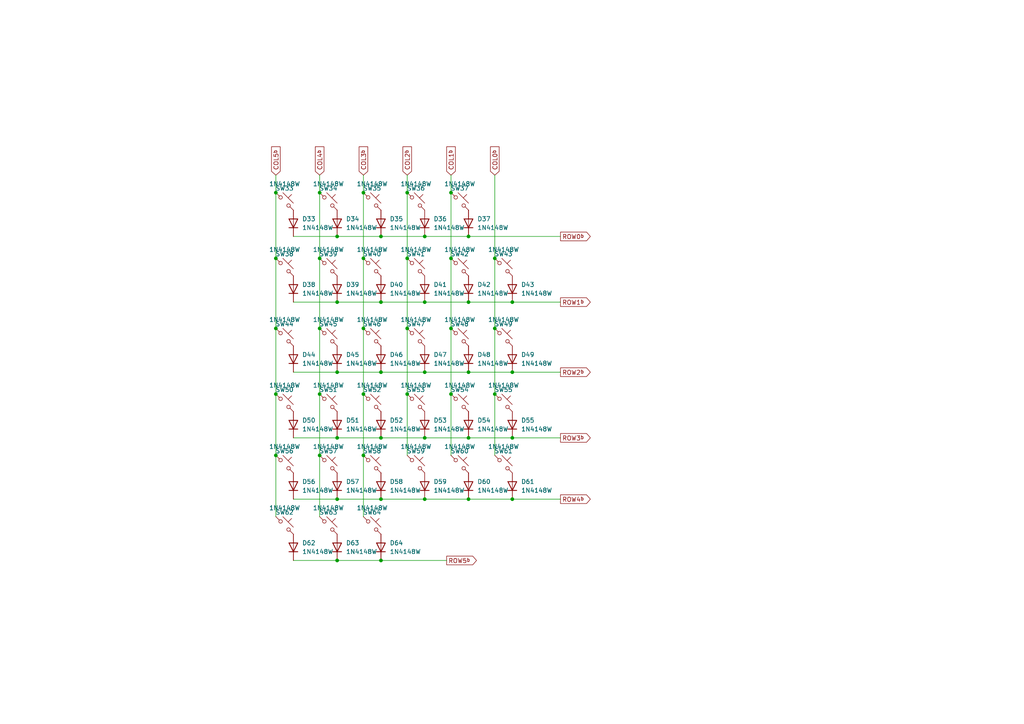
<source format=kicad_sch>
(kicad_sch (version 20250114) (generator "eeschema") (generator_version "9.0")
  (paper "A4")
  (title_block (title "Matrix for Slave side"))
  (lib_symbols
    (symbol "Device:D" (pin_numbers (hide yes)) (pin_names (offset 1.016) (hide yes))
      (property "Reference" "D" (at 0 2.54 0))
      (property "Value" "D" (at 0 -2.54 0))
      (symbol "D_0_1"
        (polyline (pts (xy -1.27 1.27) (xy -1.27 -1.27)) (stroke (width 0.254)))
        (polyline (pts (xy 1.27 1.27) (xy 1.27 -1.27) (xy -1.27 0) (xy 1.27 1.27)) (stroke (width 0.254)))
        (polyline (pts (xy 1.27 0) (xy -1.27 0)))
      )
      (symbol "D_1_1"
        (pin passive line (at -3.81 0 0) (length 2.54) (name "K") (number "1"))
        (pin passive line (at 3.81 0 180) (length 2.54) (name "A") (number "2"))
      )
    )
    (symbol "Switch:SW_Push_45deg" (pin_numbers (hide yes)) (pin_names (offset 1.016) (hide yes))
      (property "Reference" "SW" (at 3.048 1.016 0))
      (property "Value" "SW_Push_45deg" (at 0 -3.81 0))
      (symbol "SW_Push_45deg_0_1"
        (polyline (pts (xy -2.54 2.54) (xy -1.524 1.524) (xy -1.524 1.524)))
        (circle (center -1.1684 1.1684) (radius 0.508))
        (polyline (pts (xy -0.508 2.54) (xy 2.54 -0.508)))
        (polyline (pts (xy 1.016 1.016) (xy 2.032 2.032)))
        (circle (center 1.143 -1.1938) (radius 0.508))
        (polyline (pts (xy 1.524 -1.524) (xy 2.54 -2.54) (xy 2.54 -2.54) (xy 2.54 -2.54)))
        (pin passive line (at -2.54 2.54 0) (length 0) (name "1") (number "1"))
        (pin passive line (at 2.54 -2.54 180) (length 0) (name "2") (number "2"))
      )
    )
  )
  (junction (at 97.79 162.56))
  (junction (at 130.81 55.88))
  (junction (at 135.89 127))
  (junction (at 105.41 132.08))
  (junction (at 92.71 55.88))
  (junction (at 97.79 87.63))
  (junction (at 80.01 95.25))
  (junction (at 110.49 87.63))
  (junction (at 110.49 144.78))
  (junction (at 135.89 87.63))
  (junction (at 143.51 114.3))
  (junction (at 123.19 127))
  (junction (at 92.71 74.93))
  (junction (at 80.01 132.08))
  (junction (at 110.49 107.95))
  (junction (at 123.19 87.63))
  (junction (at 135.89 107.95))
  (junction (at 118.11 74.93))
  (junction (at 123.19 68.58))
  (junction (at 130.81 74.93))
  (junction (at 97.79 107.95))
  (junction (at 105.41 95.25))
  (junction (at 130.81 95.25))
  (junction (at 92.71 132.08))
  (junction (at 148.59 87.63))
  (junction (at 80.01 114.3))
  (junction (at 135.89 68.58))
  (junction (at 130.81 114.3))
  (junction (at 148.59 144.78))
  (junction (at 92.71 114.3))
  (junction (at 105.41 55.88))
  (junction (at 118.11 114.3))
  (junction (at 97.79 144.78))
  (junction (at 110.49 162.56))
  (junction (at 143.51 95.25))
  (junction (at 148.59 107.95))
  (junction (at 80.01 74.93))
  (junction (at 110.49 68.58))
  (junction (at 118.11 55.88))
  (junction (at 123.19 144.78))
  (junction (at 148.59 127))
  (junction (at 143.51 74.93))
  (junction (at 80.01 55.88))
  (junction (at 135.89 144.78))
  (junction (at 110.49 127))
  (junction (at 97.79 127))
  (junction (at 118.11 95.25))
  (junction (at 92.71 95.25))
  (junction (at 123.19 107.95))
  (junction (at 105.41 114.3))
  (junction (at 97.79 68.58))
  (junction (at 105.41 74.93))
  (wire (pts (xy 110.49 144.78) (xy 123.19 144.78)))
  (wire (pts (xy 105.41 114.3) (xy 105.41 132.08)))
  (wire (pts (xy 85.09 68.58) (xy 97.79 68.58)))
  (wire (pts (xy 148.59 127) (xy 162.56 127)))
  (wire (pts (xy 92.71 95.25) (xy 92.71 114.3)))
  (wire (pts (xy 97.79 144.78) (xy 110.49 144.78)))
  (wire (pts (xy 143.51 114.3) (xy 143.51 132.08)))
  (wire (pts (xy 80.01 55.88) (xy 80.01 74.93)))
  (wire (pts (xy 97.79 68.58) (xy 110.49 68.58)))
  (wire (pts (xy 123.19 127) (xy 135.89 127)))
  (wire (pts (xy 97.79 162.56) (xy 110.49 162.56)))
  (wire (pts (xy 92.71 55.88) (xy 92.71 74.93)))
  (wire (pts (xy 135.89 127) (xy 148.59 127)))
  (wire (pts (xy 110.49 68.58) (xy 123.19 68.58)))
  (wire (pts (xy 80.01 132.08) (xy 80.01 149.86)))
  (wire (pts (xy 118.11 55.88) (xy 118.11 74.93)))
  (wire (pts (xy 80.01 74.93) (xy 80.01 95.25)))
  (wire (pts (xy 135.89 68.58) (xy 162.56 68.58)))
  (wire (pts (xy 118.11 95.25) (xy 118.11 114.3)))
  (wire (pts (xy 97.79 87.63) (xy 110.49 87.63)))
  (wire (pts (xy 105.41 74.93) (xy 105.41 95.25)))
  (wire (pts (xy 110.49 107.95) (xy 123.19 107.95)))
  (wire (pts (xy 148.59 107.95) (xy 162.56 107.95)))
  (wire (pts (xy 148.59 144.78) (xy 162.56 144.78)))
  (wire (pts (xy 123.19 87.63) (xy 135.89 87.63)))
  (wire (pts (xy 85.09 162.56) (xy 97.79 162.56)))
  (wire (pts (xy 80.01 95.25) (xy 80.01 114.3)))
  (wire (pts (xy 130.81 74.93) (xy 130.81 95.25)))
  (wire (pts (xy 143.51 74.93) (xy 143.51 95.25)))
  (wire (pts (xy 130.81 55.88) (xy 130.81 74.93)))
  (wire (pts (xy 92.71 74.93) (xy 92.71 95.25)))
  (wire (pts (xy 85.09 127) (xy 97.79 127)))
  (wire (pts (xy 92.71 114.3) (xy 92.71 132.08)))
  (wire (pts (xy 92.71 50.8) (xy 92.71 55.88)))
  (wire (pts (xy 135.89 87.63) (xy 148.59 87.63)))
  (wire (pts (xy 143.51 50.8) (xy 143.51 74.93)))
  (wire (pts (xy 105.41 50.8) (xy 105.41 55.88)))
  (wire (pts (xy 110.49 87.63) (xy 123.19 87.63)))
  (wire (pts (xy 118.11 114.3) (xy 118.11 132.08)))
  (wire (pts (xy 123.19 144.78) (xy 135.89 144.78)))
  (wire (pts (xy 85.09 107.95) (xy 97.79 107.95)))
  (wire (pts (xy 118.11 50.8) (xy 118.11 55.88)))
  (wire (pts (xy 105.41 95.25) (xy 105.41 114.3)))
  (wire (pts (xy 97.79 107.95) (xy 110.49 107.95)))
  (wire (pts (xy 110.49 162.56) (xy 129.54 162.56)))
  (wire (pts (xy 85.09 87.63) (xy 97.79 87.63)))
  (wire (pts (xy 135.89 144.78) (xy 148.59 144.78)))
  (wire (pts (xy 105.41 132.08) (xy 105.41 149.86)))
  (wire (pts (xy 80.01 50.8) (xy 80.01 55.88)))
  (wire (pts (xy 85.09 144.78) (xy 97.79 144.78)))
  (wire (pts (xy 135.89 107.95) (xy 148.59 107.95)))
  (wire (pts (xy 130.81 50.8) (xy 130.81 55.88)))
  (wire (pts (xy 97.79 127) (xy 110.49 127)))
  (wire (pts (xy 143.51 95.25) (xy 143.51 114.3)))
  (wire (pts (xy 110.49 127) (xy 123.19 127)))
  (wire (pts (xy 123.19 107.95) (xy 135.89 107.95)))
  (wire (pts (xy 118.11 74.93) (xy 118.11 95.25)))
  (wire (pts (xy 130.81 95.25) (xy 130.81 114.3)))
  (wire (pts (xy 105.41 55.88) (xy 105.41 74.93)))
  (wire (pts (xy 123.19 68.58) (xy 135.89 68.58)))
  (wire (pts (xy 148.59 87.63) (xy 162.56 87.63)))
  (wire (pts (xy 92.71 132.08) (xy 92.71 149.86)))
  (wire (pts (xy 130.81 114.3) (xy 130.81 132.08)))
  (wire (pts (xy 80.01 114.3) (xy 80.01 132.08)))
  (global_label "COL1^{b}" (shape input) (at 130.81 50.8 90) (property "Intersheetrefs" "${INTERSHEET_REFS}" (effects (hide yes))))
  (global_label "ROW0^{b}" (shape output) (at 162.56 68.58 0) (property "Intersheetrefs" "${INTERSHEET_REFS}" (effects (hide yes))))
  (global_label "ROW1^{b}" (shape output) (at 162.56 87.63 0) (property "Intersheetrefs" "${INTERSHEET_REFS}" (effects (hide yes))))
  (global_label "ROW4^{b}" (shape output) (at 162.56 144.78 0) (property "Intersheetrefs" "${INTERSHEET_REFS}" (effects (hide yes))))
  (global_label "COL4^{b}" (shape input) (at 92.71 50.8 90) (property "Intersheetrefs" "${INTERSHEET_REFS}" (effects (hide yes))))
  (global_label "COL2^{b}" (shape input) (at 118.11 50.8 90) (property "Intersheetrefs" "${INTERSHEET_REFS}" (effects (hide yes))))
  (global_label "ROW2^{b}" (shape output) (at 162.56 107.95 0) (property "Intersheetrefs" "${INTERSHEET_REFS}" (effects (hide yes))))
  (global_label "ROW5^{b}" (shape output) (at 129.54 162.56 0) (property "Intersheetrefs" "${INTERSHEET_REFS}" (effects (hide yes))))
  (global_label "COL3^{b}" (shape input) (at 105.41 50.8 90) (property "Intersheetrefs" "${INTERSHEET_REFS}" (effects (hide yes))))
  (global_label "ROW3^{b}" (shape output) (at 162.56 127 0) (property "Intersheetrefs" "${INTERSHEET_REFS}" (effects (hide yes))))
  (global_label "COL0^{b}" (shape input) (at 143.51 50.8 90) (property "Intersheetrefs" "${INTERSHEET_REFS}" (effects (hide yes))))
  (global_label "COL5^{b}" (shape input) (at 80.01 50.8 90) (property "Intersheetrefs" "${INTERSHEET_REFS}" (effects (hide yes))))
  (symbol (lib_id "Switch:SW_Push_45deg") (at 82.55 134.62 0) (unit 1)
    (property "Reference" "SW56" (at 82.55 130.81 0))
    (property "Value" "1N4148W" (at 82.55 129.54 0))
    (property "Footprint" "PCM_Switch_Keyboard_Hotswap_Kailh:SW_Hotswap_Kailh_Choc_V1_Plated_1.00u" (effects (hide yes)))
    (property "LCSC" "C917030" (effects (hide yes)))
    (property "LCSC Part" "C917030" (effects (hide yes)))
  )
  (symbol (lib_id "Switch:SW_Push_45deg") (at 146.05 97.79 0) (unit 1)
    (property "Reference" "SW49" (at 146.05 93.98 0))
    (property "Value" "1N4148W" (at 146.05 92.71 0))
    (property "Footprint" "PCM_Switch_Keyboard_Hotswap_Kailh:SW_Hotswap_Kailh_Choc_V1_Plated_1.00u" (effects (hide yes)))
    (property "LCSC" "C917030" (effects (hide yes)))
    (property "LCSC Part" "C917030" (effects (hide yes)))
  )
  (symbol (lib_id "Device:D") (at 110.49 104.14 90) (unit 1)
    (property "Reference" "D46" (at 113.03 102.87 90) (effects (justify right)))
    (property "Value" "1N4148W" (at 113.03 105.41 90) (effects (justify right)))
    (property "Footprint" "Diode_SMD:D_SOD-123" (effects (hide yes)))
    (property "Sim.Device" "D" (effects (hide yes)))
    (property "Sim.Pins" "1=K 2=A" (effects (hide yes)))
    (property "LCSC" "C917030" (effects (hide yes)))
    (property "LCSC Part" "C917030" (effects (hide yes)))
  )
  (symbol (lib_id "Switch:SW_Push_45deg") (at 133.35 58.42 0) (unit 1)
    (property "Reference" "SW37" (at 133.35 54.61 0))
    (property "Value" "1N4148W" (at 133.35 53.34 0))
    (property "Footprint" "PCM_Switch_Keyboard_Hotswap_Kailh:SW_Hotswap_Kailh_Choc_V1_Plated_1.00u" (effects (hide yes)))
    (property "LCSC" "C917030" (effects (hide yes)))
    (property "LCSC Part" "C917030" (effects (hide yes)))
  )
  (symbol (lib_id "Switch:SW_Push_45deg") (at 146.05 134.62 0) (unit 1)
    (property "Reference" "SW61" (at 146.05 130.81 0))
    (property "Value" "1N4148W" (at 146.05 129.54 0))
    (property "Footprint" "PCM_Switch_Keyboard_Hotswap_Kailh:SW_Hotswap_Kailh_Choc_V1_Plated_1.00u" (effects (hide yes)))
    (property "LCSC" "C917030" (effects (hide yes)))
    (property "LCSC Part" "C917030" (effects (hide yes)))
  )
  (symbol (lib_id "Device:D") (at 148.59 83.82 90) (unit 1)
    (property "Reference" "D43" (at 151.13 82.55 90) (effects (justify right)))
    (property "Value" "1N4148W" (at 151.13 85.09 90) (effects (justify right)))
    (property "Footprint" "Diode_SMD:D_SOD-123" (effects (hide yes)))
    (property "Sim.Device" "D" (effects (hide yes)))
    (property "Sim.Pins" "1=K 2=A" (effects (hide yes)))
    (property "LCSC" "C917030" (effects (hide yes)))
    (property "LCSC Part" "C917030" (effects (hide yes)))
  )
  (symbol (lib_id "Device:D") (at 85.09 83.82 90) (unit 1)
    (property "Reference" "D38" (at 87.63 82.55 90) (effects (justify right)))
    (property "Value" "1N4148W" (at 87.63 85.09 90) (effects (justify right)))
    (property "Footprint" "Diode_SMD:D_SOD-123" (effects (hide yes)))
    (property "Sim.Device" "D" (effects (hide yes)))
    (property "Sim.Pins" "1=K 2=A" (effects (hide yes)))
    (property "LCSC" "C917030" (effects (hide yes)))
    (property "LCSC Part" "C917030" (effects (hide yes)))
  )
  (symbol (lib_id "Device:D") (at 97.79 123.19 90) (unit 1)
    (property "Reference" "D51" (at 100.33 121.92 90) (effects (justify right)))
    (property "Value" "1N4148W" (at 100.33 124.46 90) (effects (justify right)))
    (property "Footprint" "Diode_SMD:D_SOD-123" (effects (hide yes)))
    (property "Sim.Device" "D" (effects (hide yes)))
    (property "Sim.Pins" "1=K 2=A" (effects (hide yes)))
    (property "LCSC" "C917030" (effects (hide yes)))
    (property "LCSC Part" "C917030" (effects (hide yes)))
  )
  (symbol (lib_id "Switch:SW_Push_45deg") (at 107.95 58.42 0) (unit 1)
    (property "Reference" "SW35" (at 107.95 54.61 0))
    (property "Value" "1N4148W" (at 107.95 53.34 0))
    (property "Footprint" "PCM_Switch_Keyboard_Hotswap_Kailh:SW_Hotswap_Kailh_Choc_V1_Plated_1.00u" (effects (hide yes)))
    (property "LCSC" "C917030" (effects (hide yes)))
    (property "LCSC Part" "C917030" (effects (hide yes)))
  )
  (symbol (lib_id "Device:D") (at 135.89 140.97 90) (unit 1)
    (property "Reference" "D60" (at 138.43 139.7 90) (effects (justify right)))
    (property "Value" "1N4148W" (at 138.43 142.24 90) (effects (justify right)))
    (property "Footprint" "Diode_SMD:D_SOD-123" (effects (hide yes)))
    (property "Sim.Device" "D" (effects (hide yes)))
    (property "Sim.Pins" "1=K 2=A" (effects (hide yes)))
    (property "LCSC" "C917030" (effects (hide yes)))
    (property "LCSC Part" "C917030" (effects (hide yes)))
  )
  (symbol (lib_id "Switch:SW_Push_45deg") (at 107.95 134.62 0) (unit 1)
    (property "Reference" "SW58" (at 107.95 130.81 0))
    (property "Value" "1N4148W" (at 107.95 129.54 0))
    (property "Footprint" "PCM_Switch_Keyboard_Hotswap_Kailh:SW_Hotswap_Kailh_Choc_V1_Plated_1.00u" (effects (hide yes)))
    (property "LCSC" "C917030" (effects (hide yes)))
    (property "LCSC Part" "C917030" (effects (hide yes)))
  )
  (symbol (lib_id "Switch:SW_Push_45deg") (at 146.05 116.84 0) (unit 1)
    (property "Reference" "SW55" (at 146.05 113.03 0))
    (property "Value" "1N4148W" (at 146.05 111.76 0))
    (property "Footprint" "PCM_Switch_Keyboard_Hotswap_Kailh:SW_Hotswap_Kailh_Choc_V1_Plated_1.00u" (effects (hide yes)))
    (property "LCSC" "C917030" (effects (hide yes)))
    (property "LCSC Part" "C917030" (effects (hide yes)))
  )
  (symbol (lib_id "Switch:SW_Push_45deg") (at 82.55 152.4 0) (unit 1)
    (property "Reference" "SW62" (at 82.55 148.59 0))
    (property "Value" "1N4148W" (at 82.55 147.32 0))
    (property "Footprint" "PCM_Switch_Keyboard_Hotswap_Kailh:SW_Hotswap_Kailh_Choc_V1_Plated_1.50u" (effects (hide yes)))
    (property "LCSC" "C917030" (effects (hide yes)))
    (property "LCSC Part" "C917030" (effects (hide yes)))
  )
  (symbol (lib_id "Device:D") (at 148.59 140.97 90) (unit 1)
    (property "Reference" "D61" (at 151.13 139.7 90) (effects (justify right)))
    (property "Value" "1N4148W" (at 151.13 142.24 90) (effects (justify right)))
    (property "Footprint" "Diode_SMD:D_SOD-123" (effects (hide yes)))
    (property "Sim.Device" "D" (effects (hide yes)))
    (property "Sim.Pins" "1=K 2=A" (effects (hide yes)))
    (property "LCSC" "C917030" (effects (hide yes)))
    (property "LCSC Part" "C917030" (effects (hide yes)))
  )
  (symbol (lib_id "Device:D") (at 97.79 83.82 90) (unit 1)
    (property "Reference" "D39" (at 100.33 82.55 90) (effects (justify right)))
    (property "Value" "1N4148W" (at 100.33 85.09 90) (effects (justify right)))
    (property "Footprint" "Diode_SMD:D_SOD-123" (effects (hide yes)))
    (property "Sim.Device" "D" (effects (hide yes)))
    (property "Sim.Pins" "1=K 2=A" (effects (hide yes)))
    (property "LCSC" "C917030" (effects (hide yes)))
    (property "LCSC Part" "C917030" (effects (hide yes)))
  )
  (symbol (lib_id "Device:D") (at 85.09 158.75 90) (unit 1)
    (property "Reference" "D62" (at 87.63 157.48 90) (effects (justify right)))
    (property "Value" "1N4148W" (at 87.63 160.02 90) (effects (justify right)))
    (property "Footprint" "Diode_SMD:D_SOD-123" (effects (hide yes)))
    (property "Sim.Device" "D" (effects (hide yes)))
    (property "Sim.Pins" "1=K 2=A" (effects (hide yes)))
    (property "LCSC" "C917030" (effects (hide yes)))
    (property "LCSC Part" "C917030" (effects (hide yes)))
  )
  (symbol (lib_id "Switch:SW_Push_45deg") (at 120.65 77.47 0) (unit 1)
    (property "Reference" "SW41" (at 120.65 73.66 0))
    (property "Value" "1N4148W" (at 120.65 72.39 0))
    (property "Footprint" "PCM_Switch_Keyboard_Hotswap_Kailh:SW_Hotswap_Kailh_Choc_V1_Plated_1.00u" (effects (hide yes)))
    (property "LCSC" "C917030" (effects (hide yes)))
    (property "LCSC Part" "C917030" (effects (hide yes)))
  )
  (symbol (lib_id "Device:D") (at 85.09 64.77 90) (unit 1)
    (property "Reference" "D33" (at 87.63 63.5 90) (effects (justify right)))
    (property "Value" "1N4148W" (at 87.63 66.04 90) (effects (justify right)))
    (property "Footprint" "Diode_SMD:D_SOD-123" (effects (hide yes)))
    (property "Sim.Device" "D" (effects (hide yes)))
    (property "Sim.Pins" "1=K 2=A" (effects (hide yes)))
    (property "LCSC" "C917030" (effects (hide yes)))
    (property "LCSC Part" "C917030" (effects (hide yes)))
  )
  (symbol (lib_id "Switch:SW_Push_45deg") (at 120.65 134.62 0) (unit 1)
    (property "Reference" "SW59" (at 120.65 130.81 0))
    (property "Value" "1N4148W" (at 120.65 129.54 0))
    (property "Footprint" "PCM_Switch_Keyboard_Hotswap_Kailh:SW_Hotswap_Kailh_Choc_V1_Plated_1.00u" (effects (hide yes)))
    (property "LCSC" "C917030" (effects (hide yes)))
    (property "LCSC Part" "C917030" (effects (hide yes)))
  )
  (symbol (lib_id "Device:D") (at 110.49 140.97 90) (unit 1)
    (property "Reference" "D58" (at 113.03 139.7 90) (effects (justify right)))
    (property "Value" "1N4148W" (at 113.03 142.24 90) (effects (justify right)))
    (property "Footprint" "Diode_SMD:D_SOD-123" (effects (hide yes)))
    (property "Sim.Device" "D" (effects (hide yes)))
    (property "Sim.Pins" "1=K 2=A" (effects (hide yes)))
    (property "LCSC" "C917030" (effects (hide yes)))
    (property "LCSC Part" "C917030" (effects (hide yes)))
  )
  (symbol (lib_id "Switch:SW_Push_45deg") (at 107.95 152.4 0) (unit 1)
    (property "Reference" "SW64" (at 107.95 148.59 0))
    (property "Value" "1N4148W" (at 107.95 147.32 0))
    (property "Footprint" "PCM_Switch_Keyboard_Hotswap_Kailh:SW_Hotswap_Kailh_Choc_V1_Plated_1.00u" (effects (hide yes)))
    (property "LCSC" "C917030" (effects (hide yes)))
    (property "LCSC Part" "C917030" (effects (hide yes)))
  )
  (symbol (lib_id "Device:D") (at 123.19 104.14 90) (unit 1)
    (property "Reference" "D47" (at 125.73 102.87 90) (effects (justify right)))
    (property "Value" "1N4148W" (at 125.73 105.41 90) (effects (justify right)))
    (property "Footprint" "Diode_SMD:D_SOD-123" (effects (hide yes)))
    (property "Sim.Device" "D" (effects (hide yes)))
    (property "Sim.Pins" "1=K 2=A" (effects (hide yes)))
    (property "LCSC" "C917030" (effects (hide yes)))
    (property "LCSC Part" "C917030" (effects (hide yes)))
  )
  (symbol (lib_id "Device:D") (at 97.79 140.97 90) (unit 1)
    (property "Reference" "D57" (at 100.33 139.7 90) (effects (justify right)))
    (property "Value" "1N4148W" (at 100.33 142.24 90) (effects (justify right)))
    (property "Footprint" "Diode_SMD:D_SOD-123" (effects (hide yes)))
    (property "Sim.Device" "D" (effects (hide yes)))
    (property "Sim.Pins" "1=K 2=A" (effects (hide yes)))
    (property "LCSC" "C917030" (effects (hide yes)))
    (property "LCSC Part" "C917030" (effects (hide yes)))
  )
  (symbol (lib_id "Switch:SW_Push_45deg") (at 95.25 134.62 0) (unit 1)
    (property "Reference" "SW57" (at 95.25 130.81 0))
    (property "Value" "1N4148W" (at 95.25 129.54 0))
    (property "Footprint" "PCM_Switch_Keyboard_Hotswap_Kailh:SW_Hotswap_Kailh_Choc_V1_Plated_1.00u" (effects (hide yes)))
    (property "LCSC" "C917030" (effects (hide yes)))
    (property "LCSC Part" "C917030" (effects (hide yes)))
  )
  (symbol (lib_id "Device:D") (at 110.49 64.77 90) (unit 1)
    (property "Reference" "D35" (at 113.03 63.5 90) (effects (justify right)))
    (property "Value" "1N4148W" (at 113.03 66.04 90) (effects (justify right)))
    (property "Footprint" "Diode_SMD:D_SOD-123" (effects (hide yes)))
    (property "Sim.Device" "D" (effects (hide yes)))
    (property "Sim.Pins" "1=K 2=A" (effects (hide yes)))
    (property "LCSC" "C917030" (effects (hide yes)))
    (property "LCSC Part" "C917030" (effects (hide yes)))
  )
  (symbol (lib_id "Device:D") (at 110.49 158.75 90) (unit 1)
    (property "Reference" "D64" (at 113.03 157.48 90) (effects (justify right)))
    (property "Value" "1N4148W" (at 113.03 160.02 90) (effects (justify right)))
    (property "Footprint" "Diode_SMD:D_SOD-123" (effects (hide yes)))
    (property "Sim.Device" "D" (effects (hide yes)))
    (property "Sim.Pins" "1=K 2=A" (effects (hide yes)))
    (property "LCSC" "C917030" (effects (hide yes)))
    (property "LCSC Part" "C917030" (effects (hide yes)))
  )
  (symbol (lib_id "Switch:SW_Push_45deg") (at 95.25 152.4 0) (unit 1)
    (property "Reference" "SW63" (at 95.25 148.59 0))
    (property "Value" "1N4148W" (at 95.25 147.32 0))
    (property "Footprint" "PCM_Switch_Keyboard_Hotswap_Kailh:SW_Hotswap_Kailh_Choc_V1_Plated_1.00u" (effects (hide yes)))
    (property "LCSC" "C917030" (effects (hide yes)))
    (property "LCSC Part" "C917030" (effects (hide yes)))
  )
  (symbol (lib_id "Device:D") (at 97.79 64.77 90) (unit 1)
    (property "Reference" "D34" (at 100.33 63.5 90) (effects (justify right)))
    (property "Value" "1N4148W" (at 100.33 66.04 90) (effects (justify right)))
    (property "Footprint" "Diode_SMD:D_SOD-123" (effects (hide yes)))
    (property "Sim.Device" "D" (effects (hide yes)))
    (property "Sim.Pins" "1=K 2=A" (effects (hide yes)))
    (property "LCSC" "C917030" (effects (hide yes)))
    (property "LCSC Part" "C917030" (effects (hide yes)))
  )
  (symbol (lib_id "Switch:SW_Push_45deg") (at 107.95 77.47 0) (unit 1)
    (property "Reference" "SW40" (at 107.95 73.66 0))
    (property "Value" "1N4148W" (at 107.95 72.39 0))
    (property "Footprint" "PCM_Switch_Keyboard_Hotswap_Kailh:SW_Hotswap_Kailh_Choc_V1_Plated_1.00u" (effects (hide yes)))
    (property "LCSC" "C917030" (effects (hide yes)))
    (property "LCSC Part" "C917030" (effects (hide yes)))
  )
  (symbol (lib_id "Device:D") (at 110.49 123.19 90) (unit 1)
    (property "Reference" "D52" (at 113.03 121.92 90) (effects (justify right)))
    (property "Value" "1N4148W" (at 113.03 124.46 90) (effects (justify right)))
    (property "Footprint" "Diode_SMD:D_SOD-123" (effects (hide yes)))
    (property "Sim.Device" "D" (effects (hide yes)))
    (property "Sim.Pins" "1=K 2=A" (effects (hide yes)))
    (property "LCSC" "C917030" (effects (hide yes)))
    (property "LCSC Part" "C917030" (effects (hide yes)))
  )
  (symbol (lib_id "Switch:SW_Push_45deg") (at 133.35 134.62 0) (unit 1)
    (property "Reference" "SW60" (at 133.35 130.81 0))
    (property "Value" "1N4148W" (at 133.35 129.54 0))
    (property "Footprint" "PCM_Switch_Keyboard_Hotswap_Kailh:SW_Hotswap_Kailh_Choc_V1_Plated_1.00u" (effects (hide yes)))
    (property "LCSC" "C917030" (effects (hide yes)))
    (property "LCSC Part" "C917030" (effects (hide yes)))
  )
  (symbol (lib_id "Switch:SW_Push_45deg") (at 82.55 116.84 0) (unit 1)
    (property "Reference" "SW50" (at 82.55 113.03 0))
    (property "Value" "1N4148W" (at 82.55 111.76 0))
    (property "Footprint" "PCM_Switch_Keyboard_Hotswap_Kailh:SW_Hotswap_Kailh_Choc_V1_Plated_1.00u" (effects (hide yes)))
    (property "LCSC" "C917030" (effects (hide yes)))
    (property "LCSC Part" "C917030" (effects (hide yes)))
  )
  (symbol (lib_id "Device:D") (at 110.49 83.82 90) (unit 1)
    (property "Reference" "D40" (at 113.03 82.55 90) (effects (justify right)))
    (property "Value" "1N4148W" (at 113.03 85.09 90) (effects (justify right)))
    (property "Footprint" "Diode_SMD:D_SOD-123" (effects (hide yes)))
    (property "Sim.Device" "D" (effects (hide yes)))
    (property "Sim.Pins" "1=K 2=A" (effects (hide yes)))
    (property "LCSC" "C917030" (effects (hide yes)))
    (property "LCSC Part" "C917030" (effects (hide yes)))
  )
  (symbol (lib_id "Switch:SW_Push_45deg") (at 95.25 58.42 0) (unit 1)
    (property "Reference" "SW34" (at 95.25 54.61 0))
    (property "Value" "1N4148W" (at 95.25 53.34 0))
    (property "Footprint" "PCM_Switch_Keyboard_Hotswap_Kailh:SW_Hotswap_Kailh_Choc_V1_Plated_1.00u" (effects (hide yes)))
    (property "LCSC" "C917030" (effects (hide yes)))
    (property "LCSC Part" "C917030" (effects (hide yes)))
  )
  (symbol (lib_id "Device:D") (at 97.79 158.75 90) (unit 1)
    (property "Reference" "D63" (at 100.33 157.48 90) (effects (justify right)))
    (property "Value" "1N4148W" (at 100.33 160.02 90) (effects (justify right)))
    (property "Footprint" "Diode_SMD:D_SOD-123" (effects (hide yes)))
    (property "Sim.Device" "D" (effects (hide yes)))
    (property "Sim.Pins" "1=K 2=A" (effects (hide yes)))
    (property "LCSC" "C917030" (effects (hide yes)))
    (property "LCSC Part" "C917030" (effects (hide yes)))
  )
  (symbol (lib_id "Device:D") (at 85.09 123.19 90) (unit 1)
    (property "Reference" "D50" (at 87.63 121.92 90) (effects (justify right)))
    (property "Value" "1N4148W" (at 87.63 124.46 90) (effects (justify right)))
    (property "Footprint" "Diode_SMD:D_SOD-123" (effects (hide yes)))
    (property "Sim.Device" "D" (effects (hide yes)))
    (property "Sim.Pins" "1=K 2=A" (effects (hide yes)))
    (property "LCSC" "C917030" (effects (hide yes)))
    (property "LCSC Part" "C917030" (effects (hide yes)))
  )
  (symbol (lib_id "Switch:SW_Push_45deg") (at 82.55 58.42 0) (unit 1)
    (property "Reference" "SW33" (at 82.55 54.61 0))
    (property "Value" "1N4148W" (at 82.55 53.34 0))
    (property "Footprint" "PCM_Switch_Keyboard_Hotswap_Kailh:SW_Hotswap_Kailh_Choc_V1_Plated_1.00u" (effects (hide yes)))
    (property "LCSC" "C917030" (effects (hide yes)))
    (property "LCSC Part" "C917030" (effects (hide yes)))
  )
  (symbol (lib_id "Switch:SW_Push_45deg") (at 133.35 97.79 0) (unit 1)
    (property "Reference" "SW48" (at 133.35 93.98 0))
    (property "Value" "1N4148W" (at 133.35 92.71 0))
    (property "Footprint" "PCM_Switch_Keyboard_Hotswap_Kailh:SW_Hotswap_Kailh_Choc_V1_Plated_1.00u" (effects (hide yes)))
    (property "LCSC" "C917030" (effects (hide yes)))
    (property "LCSC Part" "C917030" (effects (hide yes)))
  )
  (symbol (lib_id "Switch:SW_Push_45deg") (at 133.35 116.84 0) (unit 1)
    (property "Reference" "SW54" (at 133.35 113.03 0))
    (property "Value" "1N4148W" (at 133.35 111.76 0))
    (property "Footprint" "PCM_Switch_Keyboard_Hotswap_Kailh:SW_Hotswap_Kailh_Choc_V1_Plated_1.00u" (effects (hide yes)))
    (property "LCSC" "C917030" (effects (hide yes)))
    (property "LCSC Part" "C917030" (effects (hide yes)))
  )
  (symbol (lib_id "Device:D") (at 135.89 123.19 90) (unit 1)
    (property "Reference" "D54" (at 138.43 121.92 90) (effects (justify right)))
    (property "Value" "1N4148W" (at 138.43 124.46 90) (effects (justify right)))
    (property "Footprint" "Diode_SMD:D_SOD-123" (effects (hide yes)))
    (property "Sim.Device" "D" (effects (hide yes)))
    (property "Sim.Pins" "1=K 2=A" (effects (hide yes)))
    (property "LCSC" "C917030" (effects (hide yes)))
    (property "LCSC Part" "C917030" (effects (hide yes)))
  )
  (symbol (lib_id "Device:D") (at 135.89 104.14 90) (unit 1)
    (property "Reference" "D48" (at 138.43 102.87 90) (effects (justify right)))
    (property "Value" "1N4148W" (at 138.43 105.41 90) (effects (justify right)))
    (property "Footprint" "Diode_SMD:D_SOD-123" (effects (hide yes)))
    (property "Sim.Device" "D" (effects (hide yes)))
    (property "Sim.Pins" "1=K 2=A" (effects (hide yes)))
    (property "LCSC" "C917030" (effects (hide yes)))
    (property "LCSC Part" "C917030" (effects (hide yes)))
  )
  (symbol (lib_id "Switch:SW_Push_45deg") (at 82.55 77.47 0) (unit 1)
    (property "Reference" "SW38" (at 82.55 73.66 0))
    (property "Value" "1N4148W" (at 82.55 72.39 0))
    (property "Footprint" "PCM_Switch_Keyboard_Hotswap_Kailh:SW_Hotswap_Kailh_Choc_V1_Plated_1.00u" (effects (hide yes)))
    (property "LCSC" "C917030" (effects (hide yes)))
    (property "LCSC Part" "C917030" (effects (hide yes)))
  )
  (symbol (lib_id "Device:D") (at 97.79 104.14 90) (unit 1)
    (property "Reference" "D45" (at 100.33 102.87 90) (effects (justify right)))
    (property "Value" "1N4148W" (at 100.33 105.41 90) (effects (justify right)))
    (property "Footprint" "Diode_SMD:D_SOD-123" (effects (hide yes)))
    (property "Sim.Device" "D" (effects (hide yes)))
    (property "Sim.Pins" "1=K 2=A" (effects (hide yes)))
    (property "LCSC" "C917030" (effects (hide yes)))
    (property "LCSC Part" "C917030" (effects (hide yes)))
  )
  (symbol (lib_id "Switch:SW_Push_45deg") (at 95.25 97.79 0) (unit 1)
    (property "Reference" "SW45" (at 95.25 93.98 0))
    (property "Value" "1N4148W" (at 95.25 92.71 0))
    (property "Footprint" "PCM_Switch_Keyboard_Hotswap_Kailh:SW_Hotswap_Kailh_Choc_V1_Plated_1.00u" (effects (hide yes)))
    (property "LCSC" "C917030" (effects (hide yes)))
    (property "LCSC Part" "C917030" (effects (hide yes)))
  )
  (symbol (lib_id "Switch:SW_Push_45deg") (at 133.35 77.47 0) (unit 1)
    (property "Reference" "SW42" (at 133.35 73.66 0))
    (property "Value" "1N4148W" (at 133.35 72.39 0))
    (property "Footprint" "PCM_Switch_Keyboard_Hotswap_Kailh:SW_Hotswap_Kailh_Choc_V1_Plated_1.00u" (effects (hide yes)))
    (property "LCSC" "C917030" (effects (hide yes)))
    (property "LCSC Part" "C917030" (effects (hide yes)))
  )
  (symbol (lib_id "Device:D") (at 135.89 83.82 90) (unit 1)
    (property "Reference" "D42" (at 138.43 82.55 90) (effects (justify right)))
    (property "Value" "1N4148W" (at 138.43 85.09 90) (effects (justify right)))
    (property "Footprint" "Diode_SMD:D_SOD-123" (effects (hide yes)))
    (property "Sim.Device" "D" (effects (hide yes)))
    (property "Sim.Pins" "1=K 2=A" (effects (hide yes)))
    (property "LCSC" "C917030" (effects (hide yes)))
    (property "LCSC Part" "C917030" (effects (hide yes)))
  )
  (symbol (lib_id "Device:D") (at 135.89 64.77 90) (unit 1)
    (property "Reference" "D37" (at 138.43 63.5 90) (effects (justify right)))
    (property "Value" "1N4148W" (at 138.43 66.04 90) (effects (justify right)))
    (property "Footprint" "Diode_SMD:D_SOD-123" (effects (hide yes)))
    (property "Sim.Device" "D" (effects (hide yes)))
    (property "Sim.Pins" "1=K 2=A" (effects (hide yes)))
    (property "LCSC" "C917030" (effects (hide yes)))
    (property "LCSC Part" "C917030" (effects (hide yes)))
  )
  (symbol (lib_id "Device:D") (at 123.19 123.19 90) (unit 1)
    (property "Reference" "D53" (at 125.73 121.92 90) (effects (justify right)))
    (property "Value" "1N4148W" (at 125.73 124.46 90) (effects (justify right)))
    (property "Footprint" "Diode_SMD:D_SOD-123" (effects (hide yes)))
    (property "Sim.Device" "D" (effects (hide yes)))
    (property "Sim.Pins" "1=K 2=A" (effects (hide yes)))
    (property "LCSC" "C917030" (effects (hide yes)))
    (property "LCSC Part" "C917030" (effects (hide yes)))
  )
  (symbol (lib_id "Device:D") (at 85.09 104.14 90) (unit 1)
    (property "Reference" "D44" (at 87.63 102.87 90) (effects (justify right)))
    (property "Value" "1N4148W" (at 87.63 105.41 90) (effects (justify right)))
    (property "Footprint" "Diode_SMD:D_SOD-123" (effects (hide yes)))
    (property "Sim.Device" "D" (effects (hide yes)))
    (property "Sim.Pins" "1=K 2=A" (effects (hide yes)))
    (property "LCSC" "C917030" (effects (hide yes)))
    (property "LCSC Part" "C917030" (effects (hide yes)))
  )
  (symbol (lib_id "Switch:SW_Push_45deg") (at 107.95 97.79 0) (unit 1)
    (property "Reference" "SW46" (at 107.95 93.98 0))
    (property "Value" "1N4148W" (at 107.95 92.71 0))
    (property "Footprint" "PCM_Switch_Keyboard_Hotswap_Kailh:SW_Hotswap_Kailh_Choc_V1_Plated_1.00u" (effects (hide yes)))
    (property "LCSC" "C917030" (effects (hide yes)))
    (property "LCSC Part" "C917030" (effects (hide yes)))
  )
  (symbol (lib_id "Device:D") (at 123.19 83.82 90) (unit 1)
    (property "Reference" "D41" (at 125.73 82.55 90) (effects (justify right)))
    (property "Value" "1N4148W" (at 125.73 85.09 90) (effects (justify right)))
    (property "Footprint" "Diode_SMD:D_SOD-123" (effects (hide yes)))
    (property "Sim.Device" "D" (effects (hide yes)))
    (property "Sim.Pins" "1=K 2=A" (effects (hide yes)))
    (property "LCSC" "C917030" (effects (hide yes)))
    (property "LCSC Part" "C917030" (effects (hide yes)))
  )
  (symbol (lib_id "Switch:SW_Push_45deg") (at 95.25 116.84 0) (unit 1)
    (property "Reference" "SW51" (at 95.25 113.03 0))
    (property "Value" "1N4148W" (at 95.25 111.76 0))
    (property "Footprint" "PCM_Switch_Keyboard_Hotswap_Kailh:SW_Hotswap_Kailh_Choc_V1_Plated_1.00u" (effects (hide yes)))
    (property "LCSC" "C917030" (effects (hide yes)))
    (property "LCSC Part" "C917030" (effects (hide yes)))
  )
  (symbol (lib_id "Switch:SW_Push_45deg") (at 120.65 116.84 0) (unit 1)
    (property "Reference" "SW53" (at 120.65 113.03 0))
    (property "Value" "1N4148W" (at 120.65 111.76 0))
    (property "Footprint" "PCM_Switch_Keyboard_Hotswap_Kailh:SW_Hotswap_Kailh_Choc_V1_Plated_1.00u" (effects (hide yes)))
    (property "LCSC" "C917030" (effects (hide yes)))
    (property "LCSC Part" "C917030" (effects (hide yes)))
  )
  (symbol (lib_id "Device:D") (at 123.19 140.97 90) (unit 1)
    (property "Reference" "D59" (at 125.73 139.7 90) (effects (justify right)))
    (property "Value" "1N4148W" (at 125.73 142.24 90) (effects (justify right)))
    (property "Footprint" "Diode_SMD:D_SOD-123" (effects (hide yes)))
    (property "Sim.Device" "D" (effects (hide yes)))
    (property "Sim.Pins" "1=K 2=A" (effects (hide yes)))
    (property "LCSC" "C917030" (effects (hide yes)))
    (property "LCSC Part" "C917030" (effects (hide yes)))
  )
  (symbol (lib_id "Switch:SW_Push_45deg") (at 107.95 116.84 0) (unit 1)
    (property "Reference" "SW52" (at 107.95 113.03 0))
    (property "Value" "1N4148W" (at 107.95 111.76 0))
    (property "Footprint" "PCM_Switch_Keyboard_Hotswap_Kailh:SW_Hotswap_Kailh_Choc_V1_Plated_1.00u" (effects (hide yes)))
    (property "LCSC" "C917030" (effects (hide yes)))
    (property "LCSC Part" "C917030" (effects (hide yes)))
  )
  (symbol (lib_id "Switch:SW_Push_45deg") (at 120.65 58.42 0) (unit 1)
    (property "Reference" "SW36" (at 120.65 54.61 0))
    (property "Value" "1N4148W" (at 120.65 53.34 0))
    (property "Footprint" "PCM_Switch_Keyboard_Hotswap_Kailh:SW_Hotswap_Kailh_Choc_V1_Plated_1.00u" (effects (hide yes)))
    (property "LCSC" "C917030" (effects (hide yes)))
    (property "LCSC Part" "C917030" (effects (hide yes)))
  )
  (symbol (lib_id "Switch:SW_Push_45deg") (at 146.05 77.47 0) (unit 1)
    (property "Reference" "SW43" (at 146.05 73.66 0))
    (property "Value" "1N4148W" (at 146.05 72.39 0))
    (property "Footprint" "PCM_Switch_Keyboard_Hotswap_Kailh:SW_Hotswap_Kailh_Choc_V1_Plated_1.00u" (effects (hide yes)))
    (property "LCSC" "C917030" (effects (hide yes)))
    (property "LCSC Part" "C917030" (effects (hide yes)))
  )
  (symbol (lib_id "Switch:SW_Push_45deg") (at 120.65 97.79 0) (unit 1)
    (property "Reference" "SW47" (at 120.65 93.98 0))
    (property "Value" "1N4148W" (at 120.65 92.71 0))
    (property "Footprint" "PCM_Switch_Keyboard_Hotswap_Kailh:SW_Hotswap_Kailh_Choc_V1_Plated_1.00u" (effects (hide yes)))
    (property "LCSC" "C917030" (effects (hide yes)))
    (property "LCSC Part" "C917030" (effects (hide yes)))
  )
  (symbol (lib_id "Device:D") (at 148.59 123.19 90) (unit 1)
    (property "Reference" "D55" (at 151.13 121.92 90) (effects (justify right)))
    (property "Value" "1N4148W" (at 151.13 124.46 90) (effects (justify right)))
    (property "Footprint" "Diode_SMD:D_SOD-123" (effects (hide yes)))
    (property "Sim.Device" "D" (effects (hide yes)))
    (property "Sim.Pins" "1=K 2=A" (effects (hide yes)))
    (property "LCSC" "C917030" (effects (hide yes)))
    (property "LCSC Part" "C917030" (effects (hide yes)))
  )
  (symbol (lib_id "Switch:SW_Push_45deg") (at 82.55 97.79 0) (unit 1)
    (property "Reference" "SW44" (at 82.55 93.98 0))
    (property "Value" "1N4148W" (at 82.55 92.71 0))
    (property "Footprint" "PCM_Switch_Keyboard_Hotswap_Kailh:SW_Hotswap_Kailh_Choc_V1_Plated_1.00u" (effects (hide yes)))
    (property "LCSC" "C917030" (effects (hide yes)))
    (property "LCSC Part" "C917030" (effects (hide yes)))
  )
  (symbol (lib_id "Device:D") (at 85.09 140.97 90) (unit 1)
    (property "Reference" "D56" (at 87.63 139.7 90) (effects (justify right)))
    (property "Value" "1N4148W" (at 87.63 142.24 90) (effects (justify right)))
    (property "Footprint" "Diode_SMD:D_SOD-123" (effects (hide yes)))
    (property "Sim.Device" "D" (effects (hide yes)))
    (property "Sim.Pins" "1=K 2=A" (effects (hide yes)))
    (property "LCSC" "C917030" (effects (hide yes)))
    (property "LCSC Part" "C917030" (effects (hide yes)))
  )
  (symbol (lib_id "Switch:SW_Push_45deg") (at 95.25 77.47 0) (unit 1)
    (property "Reference" "SW39" (at 95.25 73.66 0))
    (property "Value" "1N4148W" (at 95.25 72.39 0))
    (property "Footprint" "PCM_Switch_Keyboard_Hotswap_Kailh:SW_Hotswap_Kailh_Choc_V1_Plated_1.00u" (effects (hide yes)))
    (property "LCSC" "C917030" (effects (hide yes)))
    (property "LCSC Part" "C917030" (effects (hide yes)))
  )
  (symbol (lib_id "Device:D") (at 148.59 104.14 90) (unit 1)
    (property "Reference" "D49" (at 151.13 102.87 90) (effects (justify right)))
    (property "Value" "1N4148W" (at 151.13 105.41 90) (effects (justify right)))
    (property "Footprint" "Diode_SMD:D_SOD-123" (effects (hide yes)))
    (property "Sim.Device" "D" (effects (hide yes)))
    (property "Sim.Pins" "1=K 2=A" (effects (hide yes)))
    (property "LCSC" "C917030" (effects (hide yes)))
    (property "LCSC Part" "C917030" (effects (hide yes)))
  )
  (symbol (lib_id "Device:D") (at 123.19 64.77 90) (unit 1)
    (property "Reference" "D36" (at 125.73 63.5 90) (effects (justify right)))
    (property "Value" "1N4148W" (at 125.73 66.04 90) (effects (justify right)))
    (property "Footprint" "Diode_SMD:D_SOD-123" (effects (hide yes)))
    (property "Sim.Device" "D" (effects (hide yes)))
    (property "Sim.Pins" "1=K 2=A" (effects (hide yes)))
    (property "LCSC" "C917030" (effects (hide yes)))
    (property "LCSC Part" "C917030" (effects (hide yes)))
  )
)
</source>
